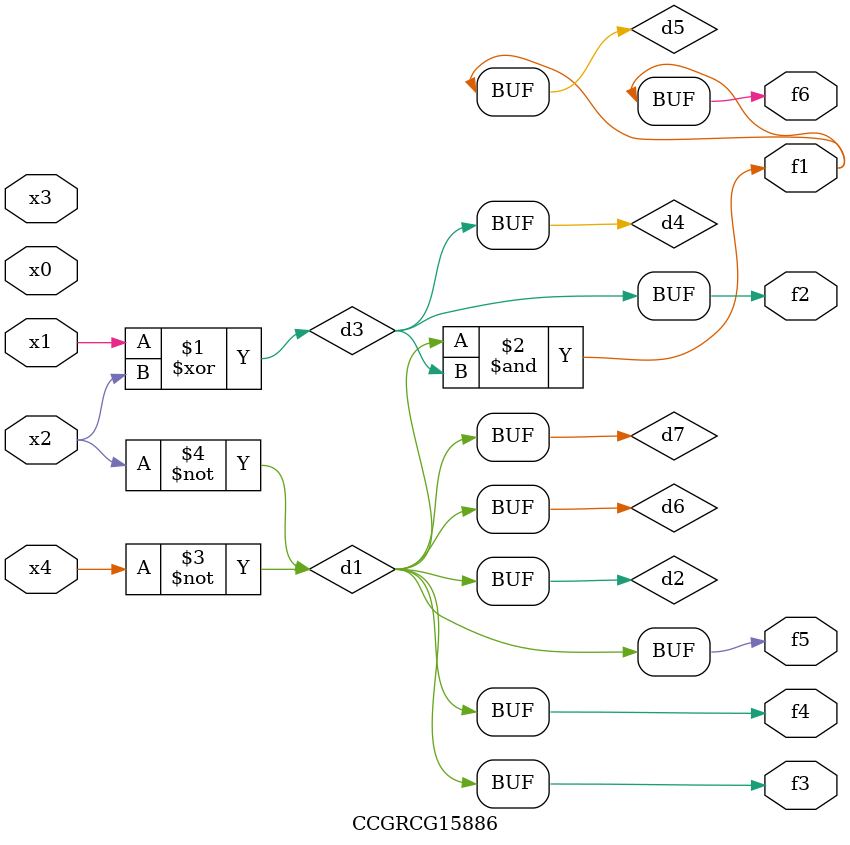
<source format=v>
module CCGRCG15886(
	input x0, x1, x2, x3, x4,
	output f1, f2, f3, f4, f5, f6
);

	wire d1, d2, d3, d4, d5, d6, d7;

	not (d1, x4);
	not (d2, x2);
	xor (d3, x1, x2);
	buf (d4, d3);
	and (d5, d1, d3);
	buf (d6, d1, d2);
	buf (d7, d2);
	assign f1 = d5;
	assign f2 = d4;
	assign f3 = d7;
	assign f4 = d7;
	assign f5 = d7;
	assign f6 = d5;
endmodule

</source>
